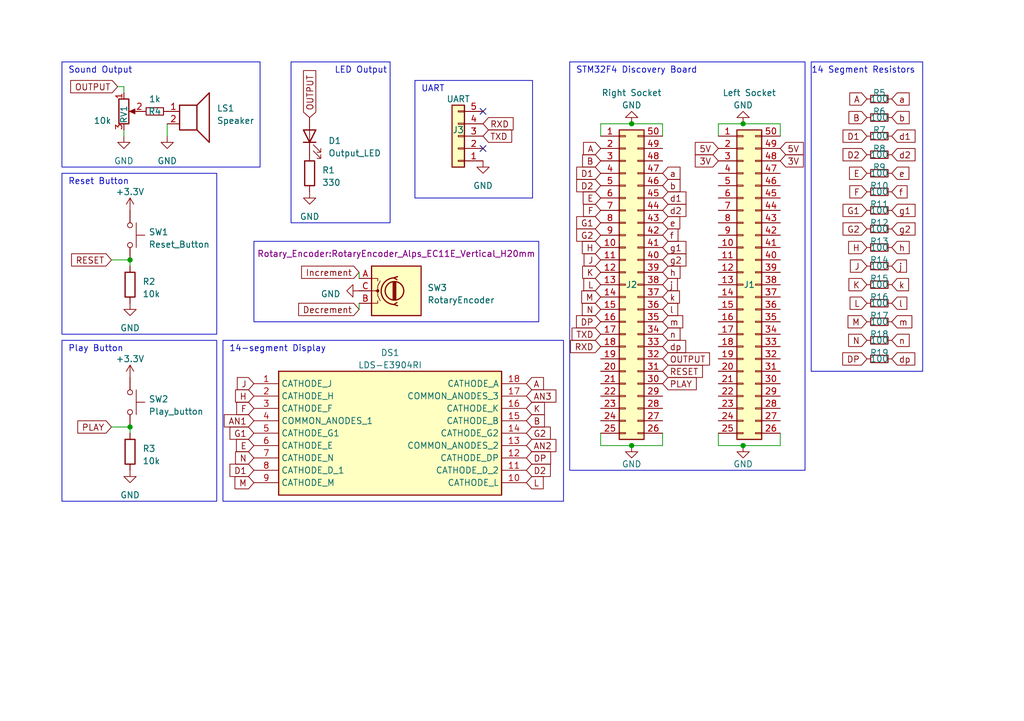
<source format=kicad_sch>
(kicad_sch (version 20230121) (generator eeschema)
  (paper "A5")
  (title_block (title "Morse Code Translator") (date "2023-06-01") (rev "v1.0") (company "University of Denver"))
  (lib_symbols
    (symbol "Connector_Generic:Conn_01x05" (pin_names (offset 1.016) hide)
      (property "Reference" "J" (at 0 7.62 0))
      (property "Value" "Conn_01x05" (at 0 -7.62 0))
      (symbol "Conn_01x05_1_1"
        (rectangle (start -1.27 -4.953) (end 0 -5.207) (stroke (width 0.1524)))
        (rectangle (start -1.27 -2.413) (end 0 -2.667) (stroke (width 0.1524)))
        (rectangle (start -1.27 0.127) (end 0 -0.127) (stroke (width 0.1524)))
        (rectangle (start -1.27 2.667) (end 0 2.413) (stroke (width 0.1524)))
        (rectangle (start -1.27 5.207) (end 0 4.953) (stroke (width 0.1524)))
        (rectangle (start -1.27 6.35) (end 1.27 -6.35) (stroke (width 0.254)) (fill (type background)))
        (pin passive line (at -5.08 5.08 0) (length 3.81) (name "Pin_1") (number "1"))
        (pin passive line (at -5.08 2.54 0) (length 3.81) (name "Pin_2") (number "2"))
        (pin passive line (at -5.08 0 0) (length 3.81) (name "Pin_3") (number "3"))
        (pin passive line (at -5.08 -2.54 0) (length 3.81) (name "Pin_4") (number "4"))
        (pin passive line (at -5.08 -5.08 0) (length 3.81) (name "Pin_5") (number "5"))
      )
    )
    (symbol "Connector_Generic:Conn_02x25_Counter_Clockwise" (pin_names (offset 1.016) hide)
      (property "Reference" "J" (at 1.27 33.02 0))
      (property "Value" "Conn_02x25_Counter_Clockwise" (at 1.27 -33.02 0))
      (symbol "Conn_02x25_Counter_Clockwise_1_1"
        (rectangle (start -1.27 -30.353) (end 0 -30.607) (stroke (width 0.1524)))
        (rectangle (start -1.27 -27.813) (end 0 -28.067) (stroke (width 0.1524)))
        (rectangle (start -1.27 -25.273) (end 0 -25.527) (stroke (width 0.1524)))
        (rectangle (start -1.27 -22.733) (end 0 -22.987) (stroke (width 0.1524)))
        (rectangle (start -1.27 -20.193) (end 0 -20.447) (stroke (width 0.1524)))
        (rectangle (start -1.27 -17.653) (end 0 -17.907) (stroke (width 0.1524)))
        (rectangle (start -1.27 -15.113) (end 0 -15.367) (stroke (width 0.1524)))
        (rectangle (start -1.27 -12.573) (end 0 -12.827) (stroke (width 0.1524)))
        (rectangle (start -1.27 -10.033) (end 0 -10.287) (stroke (width 0.1524)))
        (rectangle (start -1.27 -7.493) (end 0 -7.747) (stroke (width 0.1524)))
        (rectangle (start -1.27 -4.953) (end 0 -5.207) (stroke (width 0.1524)))
        (rectangle (start -1.27 -2.413) (end 0 -2.667) (stroke (width 0.1524)))
        (rectangle (start -1.27 0.127) (end 0 -0.127) (stroke (width 0.1524)))
        (rectangle (start -1.27 2.667) (end 0 2.413) (stroke (width 0.1524)))
        (rectangle (start -1.27 5.207) (end 0 4.953) (stroke (width 0.1524)))
        (rectangle (start -1.27 7.747) (end 0 7.493) (stroke (width 0.1524)))
        (rectangle (start -1.27 10.287) (end 0 10.033) (stroke (width 0.1524)))
        (rectangle (start -1.27 12.827) (end 0 12.573) (stroke (width 0.1524)))
        (rectangle (start -1.27 15.367) (end 0 15.113) (stroke (width 0.1524)))
        (rectangle (start -1.27 17.907) (end 0 17.653) (stroke (width 0.1524)))
        (rectangle (start -1.27 20.447) (end 0 20.193) (stroke (width 0.1524)))
        (rectangle (start -1.27 22.987) (end 0 22.733) (stroke (width 0.1524)))
        (rectangle (start -1.27 25.527) (end 0 25.273) (stroke (width 0.1524)))
        (rectangle (start -1.27 28.067) (end 0 27.813) (stroke (width 0.1524)))
        (rectangle (start -1.27 30.607) (end 0 30.353) (stroke (width 0.1524)))
        (rectangle (start -1.27 31.75) (end 3.81 -31.75) (stroke (width 0.254)) (fill (type background)))
        (rectangle (start 3.81 -30.353) (end 2.54 -30.607) (stroke (width 0.1524)))
        (rectangle (start 3.81 -27.813) (end 2.54 -28.067) (stroke (width 0.1524)))
        (rectangle (start 3.81 -25.273) (end 2.54 -25.527) (stroke (width 0.1524)))
        (rectangle (start 3.81 -22.733) (end 2.54 -22.987) (stroke (width 0.1524)))
        (rectangle (start 3.81 -20.193) (end 2.54 -20.447) (stroke (width 0.1524)))
        (rectangle (start 3.81 -17.653) (end 2.54 -17.907) (stroke (width 0.1524)))
        (rectangle (start 3.81 -15.113) (end 2.54 -15.367) (stroke (width 0.1524)))
        (rectangle (start 3.81 -12.573) (end 2.54 -12.827) (stroke (width 0.1524)))
        (rectangle (start 3.81 -10.033) (end 2.54 -10.287) (stroke (width 0.1524)))
        (rectangle (start 3.81 -7.493) (end 2.54 -7.747) (stroke (width 0.1524)))
        (rectangle (start 3.81 -4.953) (end 2.54 -5.207) (stroke (width 0.1524)))
        (rectangle (start 3.81 -2.413) (end 2.54 -2.667) (stroke (width 0.1524)))
        (rectangle (start 3.81 0.127) (end 2.54 -0.127) (stroke (width 0.1524)))
        (rectangle (start 3.81 2.667) (end 2.54 2.413) (stroke (width 0.1524)))
        (rectangle (start 3.81 5.207) (end 2.54 4.953) (stroke (width 0.1524)))
        (rectangle (start 3.81 7.747) (end 2.54 7.493) (stroke (width 0.1524)))
        (rectangle (start 3.81 10.287) (end 2.54 10.033) (stroke (width 0.1524)))
        (rectangle (start 3.81 12.827) (end 2.54 12.573) (stroke (width 0.1524)))
        (rectangle (start 3.81 15.367) (end 2.54 15.113) (stroke (width 0.1524)))
        (rectangle (start 3.81 17.907) (end 2.54 17.653) (stroke (width 0.1524)))
        (rectangle (start 3.81 20.447) (end 2.54 20.193) (stroke (width 0.1524)))
        (rectangle (start 3.81 22.987) (end 2.54 22.733) (stroke (width 0.1524)))
        (rectangle (start 3.81 25.527) (end 2.54 25.273) (stroke (width 0.1524)))
        (rectangle (start 3.81 28.067) (end 2.54 27.813) (stroke (width 0.1524)))
        (rectangle (start 3.81 30.607) (end 2.54 30.353) (stroke (width 0.1524)))
        (pin passive line (at -5.08 30.48 0) (length 3.81) (name "Pin_1") (number "1"))
        (pin passive line (at -5.08 7.62 0) (length 3.81) (name "Pin_10") (number "10"))
        (pin passive line (at -5.08 5.08 0) (length 3.81) (name "Pin_11") (number "11"))
        (pin passive line (at -5.08 2.54 0) (length 3.81) (name "Pin_12") (number "12"))
        (pin passive line (at -5.08 0 0) (length 3.81) (name "Pin_13") (number "13"))
        (pin passive line (at -5.08 -2.54 0) (length 3.81) (name "Pin_14") (number "14"))
        (pin passive line (at -5.08 -5.08 0) (length 3.81) (name "Pin_15") (number "15"))
        (pin passive line (at -5.08 -7.62 0) (length 3.81) (name "Pin_16") (number "16"))
        (pin passive line (at -5.08 -10.16 0) (length 3.81) (name "Pin_17") (number "17"))
        (pin passive line (at -5.08 -12.7 0) (length 3.81) (name "Pin_18") (number "18"))
        (pin passive line (at -5.08 -15.24 0) (length 3.81) (name "Pin_19") (number "19"))
        (pin passive line (at -5.08 27.94 0) (length 3.81) (name "Pin_2") (number "2"))
        (pin passive line (at -5.08 -17.78 0) (length 3.81) (name "Pin_20") (number "20"))
        (pin passive line (at -5.08 -20.32 0) (length 3.81) (name "Pin_21") (number "21"))
        (pin passive line (at -5.08 -22.86 0) (length 3.81) (name "Pin_22") (number "22"))
        (pin passive line (at -5.08 -25.4 0) (length 3.81) (name "Pin_23") (number "23"))
        (pin passive line (at -5.08 -27.94 0) (length 3.81) (name "Pin_24") (number "24"))
        (pin passive line (at -5.08 -30.48 0) (length 3.81) (name "Pin_25") (number "25"))
        (pin passive line (at 7.62 -30.48 180) (length 3.81) (name "Pin_26") (number "26"))
        (pin passive line (at 7.62 -27.94 180) (length 3.81) (name "Pin_27") (number "27"))
        (pin passive line (at 7.62 -25.4 180) (length 3.81) (name "Pin_28") (number "28"))
        (pin passive line (at 7.62 -22.86 180) (length 3.81) (name "Pin_29") (number "29"))
        (pin passive line (at -5.08 25.4 0) (length 3.81) (name "Pin_3") (number "3"))
        (pin passive line (at 7.62 -20.32 180) (length 3.81) (name "Pin_30") (number "30"))
        (pin passive line (at 7.62 -17.78 180) (length 3.81) (name "Pin_31") (number "31"))
        (pin passive line (at 7.62 -15.24 180) (length 3.81) (name "Pin_32") (number "32"))
        (pin passive line (at 7.62 -12.7 180) (length 3.81) (name "Pin_33") (number "33"))
        (pin passive line (at 7.62 -10.16 180) (length 3.81) (name "Pin_34") (number "34"))
        (pin passive line (at 7.62 -7.62 180) (length 3.81) (name "Pin_35") (number "35"))
        (pin passive line (at 7.62 -5.08 180) (length 3.81) (name "Pin_36") (number "36"))
        (pin passive line (at 7.62 -2.54 180) (length 3.81) (name "Pin_37") (number "37"))
        (pin passive line (at 7.62 0 180) (length 3.81) (name "Pin_38") (number "38"))
        (pin passive line (at 7.62 2.54 180) (length 3.81) (name "Pin_39") (number "39"))
        (pin passive line (at -5.08 22.86 0) (length 3.81) (name "Pin_4") (number "4"))
        (pin passive line (at 7.62 5.08 180) (length 3.81) (name "Pin_40") (number "40"))
        (pin passive line (at 7.62 7.62 180) (length 3.81) (name "Pin_41") (number "41"))
        (pin passive line (at 7.62 10.16 180) (length 3.81) (name "Pin_42") (number "42"))
        (pin passive line (at 7.62 12.7 180) (length 3.81) (name "Pin_43") (number "43"))
        (pin passive line (at 7.62 15.24 180) (length 3.81) (name "Pin_44") (number "44"))
        (pin passive line (at 7.62 17.78 180) (length 3.81) (name "Pin_45") (number "45"))
        (pin passive line (at 7.62 20.32 180) (length 3.81) (name "Pin_46") (number "46"))
        (pin passive line (at 7.62 22.86 180) (length 3.81) (name "Pin_47") (number "47"))
        (pin passive line (at 7.62 25.4 180) (length 3.81) (name "Pin_48") (number "48"))
        (pin passive line (at 7.62 27.94 180) (length 3.81) (name "Pin_49") (number "49"))
        (pin passive line (at -5.08 20.32 0) (length 3.81) (name "Pin_5") (number "5"))
        (pin passive line (at 7.62 30.48 180) (length 3.81) (name "Pin_50") (number "50"))
        (pin passive line (at -5.08 17.78 0) (length 3.81) (name "Pin_6") (number "6"))
        (pin passive line (at -5.08 15.24 0) (length 3.81) (name "Pin_7") (number "7"))
        (pin passive line (at -5.08 12.7 0) (length 3.81) (name "Pin_8") (number "8"))
        (pin passive line (at -5.08 10.16 0) (length 3.81) (name "Pin_9") (number "9"))
      )
    )
    (symbol "Device:LED" (pin_numbers hide) (pin_names (offset 1.016) hide)
      (property "Reference" "D" (at 0 2.54 0))
      (property "Value" "LED" (at 0 -2.54 0))
      (symbol "LED_0_1"
        (polyline (pts (xy -1.27 -1.27) (xy -1.27 1.27)) (stroke (width 0.254)))
        (polyline (pts (xy -1.27 0) (xy 1.27 0)))
        (polyline (pts (xy 1.27 -1.27) (xy 1.27 1.27) (xy -1.27 0) (xy 1.27 -1.27)) (stroke (width 0.254)))
        (polyline (pts (xy -3.048 -0.762) (xy -4.572 -2.286) (xy -3.81 -2.286) (xy -4.572 -2.286) (xy -4.572 -1.524)))
        (polyline (pts (xy -1.778 -0.762) (xy -3.302 -2.286) (xy -2.54 -2.286) (xy -3.302 -2.286) (xy -3.302 -1.524)))
      )
      (symbol "LED_1_1"
        (pin passive line (at -3.81 0 0) (length 2.54) (name "K") (number "1"))
        (pin passive line (at 3.81 0 180) (length 2.54) (name "A") (number "2"))
      )
    )
    (symbol "Device:R" (pin_numbers hide) (pin_names (offset 0))
      (property "Reference" "R" (at 2.032 0 90))
      (property "Value" "R" (at 0 0 90))
      (symbol "R_0_1"
        (rectangle (start -1.016 -2.54) (end 1.016 2.54) (stroke (width 0.254)))
      )
      (symbol "R_1_1"
        (pin passive line (at 0 3.81 270) (length 1.27) (name "~") (number "1"))
        (pin passive line (at 0 -3.81 90) (length 1.27) (name "~") (number "2"))
      )
    )
    (symbol "Device:R_Potentiometer" (pin_names (offset 1.016) hide)
      (property "Reference" "RV" (at -4.445 0 90))
      (property "Value" "R_Potentiometer" (at -2.54 0 90))
      (symbol "R_Potentiometer_0_1"
        (polyline (pts (xy 2.54 0) (xy 1.524 0)))
        (polyline (pts (xy 1.143 0) (xy 2.286 0.508) (xy 2.286 -0.508) (xy 1.143 0)) (fill (type outline)))
        (rectangle (start 1.016 2.54) (end -1.016 -2.54) (stroke (width 0.254)))
      )
      (symbol "R_Potentiometer_1_1"
        (pin passive line (at 0 3.81 270) (length 1.27) (name "1") (number "1"))
        (pin passive line (at 3.81 0 180) (length 1.27) (name "2") (number "2"))
        (pin passive line (at 0 -3.81 90) (length 1.27) (name "3") (number "3"))
      )
    )
    (symbol "Device:R_Small" (pin_numbers hide) (pin_names (offset 0.254) hide)
      (property "Reference" "R" (at 0.762 0.508 0))
      (property "Value" "R_Small" (at 0.762 -1.016 0))
      (symbol "R_Small_0_1"
        (rectangle (start -0.762 1.778) (end 0.762 -1.778) (stroke (width 0.2032)))
      )
      (symbol "R_Small_1_1"
        (pin passive line (at 0 2.54 270) (length 0.762) (name "~") (number "1"))
        (pin passive line (at 0 -2.54 90) (length 0.762) (name "~") (number "2"))
      )
    )
    (symbol "Device:RotaryEncoder" (pin_names (offset 0.254) hide)
      (property "Reference" "SW" (at 0 6.604 0))
      (property "Value" "RotaryEncoder" (at 0 -6.604 0))
      (symbol "RotaryEncoder_0_1"
        (rectangle (start -5.08 5.08) (end 5.08 -5.08) (stroke (width 0.254)) (fill (type background)))
        (circle (center -3.81 0) (radius 0.254) (fill (type outline)))
        (circle (center -0.381 0) (radius 1.905) (stroke (width 0.254)))
        (arc (start -0.381 2.667) (mid -3.0988 -0.0635) (end -0.381 -2.794) (stroke (width 0.254)))
        (polyline (pts (xy -0.635 -1.778) (xy -0.635 1.778)) (stroke (width 0.254)))
        (polyline (pts (xy -0.381 -1.778) (xy -0.381 1.778)) (stroke (width 0.254)))
        (polyline (pts (xy -0.127 1.778) (xy -0.127 -1.778)) (stroke (width 0.254)))
        (polyline (pts (xy -5.08 -2.54) (xy -3.81 -2.54) (xy -3.81 -2.032)))
        (polyline (pts (xy -5.08 2.54) (xy -3.81 2.54) (xy -3.81 2.032)))
        (polyline (pts (xy 0.254 -3.048) (xy -0.508 -2.794) (xy 0.127 -2.413)) (stroke (width 0.254)))
        (polyline (pts (xy 0.254 2.921) (xy -0.508 2.667) (xy 0.127 2.286)) (stroke (width 0.254)))
        (polyline (pts (xy -5.08 0) (xy -3.81 0) (xy -3.81 -1.016) (xy -3.302 -2.032)))
        (polyline (pts (xy -4.318 0) (xy -3.81 0) (xy -3.81 1.016) (xy -3.302 2.032)))
      )
      (symbol "RotaryEncoder_1_1"
        (pin passive line (at -7.62 2.54 0) (length 2.54) (name "A") (number "A"))
        (pin passive line (at -7.62 -2.54 0) (length 2.54) (name "B") (number "B"))
        (pin passive line (at -7.62 0 0) (length 2.54) (name "C") (number "C"))
      )
    )
    (symbol "Device:Speaker" (pin_names (offset 0) hide)
      (property "Reference" "LS" (at 1.27 5.715 0))
      (property "Value" "Speaker" (at 1.27 3.81 0))
      (symbol "Speaker_0_0"
        (rectangle (start -2.54 1.27) (end 1.016 -3.81) (stroke (width 0.254)))
        (polyline (pts (xy 1.016 1.27) (xy 3.556 3.81) (xy 3.556 -6.35) (xy 1.016 -3.81)) (stroke (width 0.254)))
      )
      (symbol "Speaker_1_1"
        (pin input line (at -5.08 0 0) (length 2.54) (name "1") (number "1"))
        (pin input line (at -5.08 -2.54 0) (length 2.54) (name "2") (number "2"))
      )
    )
    (symbol "LDS-E3904RI:LDS-E3904RI"
      (property "Reference" "DS" (at 52.07 7.62 0))
      (property "Value" "LDS-E3904RI" (at 52.07 5.08 0))
      (symbol "LDS-E3904RI_1_1"
        (rectangle (start 5.08 2.54) (end 50.8 -22.86) (stroke (width 0.254)) (fill (type background)))
        (pin passive line (at 0 0 0) (length 5.08) (name "CATHODE_J") (number "1"))
        (pin passive line (at 55.88 -20.32 180) (length 5.08) (name "CATHODE_L") (number "10"))
        (pin passive line (at 55.88 -17.78 180) (length 5.08) (name "CATHODE_D_2") (number "11"))
        (pin passive line (at 55.88 -15.24 180) (length 5.08) (name "CATHODE_DP") (number "12"))
        (pin passive line (at 55.88 -12.7 180) (length 5.08) (name "COMMON_ANODES_2") (number "13"))
        (pin passive line (at 55.88 -10.16 180) (length 5.08) (name "CATHODE_G2") (number "14"))
        (pin passive line (at 55.88 -7.62 180) (length 5.08) (name "CATHODE_B") (number "15"))
        (pin passive line (at 55.88 -5.08 180) (length 5.08) (name "CATHODE_K") (number "16"))
        (pin passive line (at 55.88 -2.54 180) (length 5.08) (name "COMMON_ANODES_3") (number "17"))
        (pin passive line (at 55.88 0 180) (length 5.08) (name "CATHODE_A") (number "18"))
        (pin passive line (at 0 -2.54 0) (length 5.08) (name "CATHODE_H") (number "2"))
        (pin passive line (at 0 -5.08 0) (length 5.08) (name "CATHODE_F") (number "3"))
        (pin passive line (at 0 -7.62 0) (length 5.08) (name "COMMON_ANODES_1") (number "4"))
        (pin passive line (at 0 -10.16 0) (length 5.08) (name "CATHODE_G1") (number "5"))
        (pin passive line (at 0 -12.7 0) (length 5.08) (name "CATHODE_E") (number "6"))
        (pin passive line (at 0 -15.24 0) (length 5.08) (name "CATHODE_N") (number "7"))
        (pin passive line (at 0 -17.78 0) (length 5.08) (name "CATHODE_D_1") (number "8"))
        (pin passive line (at 0 -20.32 0) (length 5.08) (name "CATHODE_M") (number "9"))
      )
    )
    (symbol "Switch:SW_Push" (pin_numbers hide) (pin_names (offset 1.016) hide)
      (property "Reference" "SW" (at 1.27 2.54 0))
      (property "Value" "SW_Push" (at 0 -1.524 0))
      (symbol "SW_Push_0_1"
        (circle (center -2.032 0) (radius 0.508))
        (polyline (pts (xy 0 1.27) (xy 0 3.048)))
        (polyline (pts (xy 2.54 1.27) (xy -2.54 1.27)))
        (circle (center 2.032 0) (radius 0.508))
        (pin passive line (at -5.08 0 0) (length 2.54) (name "1") (number "1"))
        (pin passive line (at 5.08 0 180) (length 2.54) (name "2") (number "2"))
      )
    )
    (symbol "power:+3.3V" (power) (pin_names (offset 0))
      (property "Value" "+3.3V" (at 0 3.556 0))
      (symbol "+3.3V_0_1"
        (polyline (pts (xy -0.762 1.27) (xy 0 2.54)))
        (polyline (pts (xy 0 0) (xy 0 2.54)))
        (polyline (pts (xy 0 2.54) (xy 0.762 1.27)))
      )
      (symbol "+3.3V_1_1"
        (pin power_in line (at 0 0 90) (length 0) hide (name "+3.3V") (number "1"))
      )
    )
    (symbol "power:GND" (power) (pin_names (offset 0))
      (property "Value" "GND" (at 0 -3.81 0))
      (symbol "GND_0_1"
        (polyline (pts (xy 0 0) (xy 0 -1.27) (xy 1.27 -1.27) (xy 0 -2.54) (xy -1.27 -1.27) (xy 0 -1.27)))
      )
      (symbol "GND_1_1"
        (pin power_in line (at 0 0 270) (length 0) hide (name "GND") (number "1"))
      )
    )
  )
  (junction (at 152.4 25.4))
  (junction (at 129.54 91.44))
  (junction (at 26.67 53.34))
  (junction (at 152.4 91.44))
  (junction (at 129.54 25.4))
  (junction (at 26.67 87.63))
  (no_connect (at 99.06 22.86))
  (no_connect (at 99.06 30.48))
  (wire (pts (xy 34.29 27.94) (xy 34.29 25.4)))
  (wire (pts (xy 22.86 53.34) (xy 26.67 53.34)))
  (wire (pts (xy 160.02 88.9) (xy 160.02 91.44)))
  (wire (pts (xy 160.02 25.4) (xy 152.4 25.4)))
  (wire (pts (xy 25.4 26.67) (xy 25.4 27.94)))
  (wire (pts (xy 152.4 91.44) (xy 160.02 91.44)))
  (wire (pts (xy 26.67 53.34) (xy 26.67 54.61)))
  (wire (pts (xy 147.32 91.44) (xy 152.4 91.44)))
  (wire (pts (xy 123.19 91.44) (xy 129.54 91.44)))
  (wire (pts (xy 25.4 17.78) (xy 25.4 19.05)))
  (wire (pts (xy 135.89 27.94) (xy 135.89 25.4)))
  (wire (pts (xy 22.86 87.63) (xy 26.67 87.63)))
  (wire (pts (xy 135.89 25.4) (xy 129.54 25.4)))
  (wire (pts (xy 26.67 87.63) (xy 26.67 88.9)))
  (wire (pts (xy 160.02 27.94) (xy 160.02 25.4)))
  (wire (pts (xy 123.19 88.9) (xy 123.19 91.44)))
  (wire (pts (xy 135.89 88.9) (xy 135.89 91.44)))
  (wire (pts (xy 73.66 63.5) (xy 73.66 62.23)))
  (wire (pts (xy 123.19 27.94) (xy 123.19 25.4)))
  (wire (pts (xy 24.13 17.78) (xy 25.4 17.78)))
  (wire (pts (xy 147.32 88.9) (xy 147.32 91.44)))
  (wire (pts (xy 135.89 91.44) (xy 129.54 91.44)))
  (wire (pts (xy 147.32 25.4) (xy 152.4 25.4)))
  (wire (pts (xy 73.66 55.88) (xy 73.66 57.15)))
  (wire (pts (xy 147.32 27.94) (xy 147.32 25.4)))
  (wire (pts (xy 129.54 25.4) (xy 123.19 25.4)))
  (rectangle (start 59.69 12.7) (end 80.01 45.72))
  (rectangle (start 12.7 35.56) (end 44.45 68.58))
  (rectangle (start 12.7 69.85) (end 44.45 102.87))
  (rectangle (start 116.84 12.7) (end 165.1 96.52))
  (rectangle (start 52.07 49.53) (end 110.49 66.04))
  (rectangle (start 45.72 69.85) (end 115.57 102.87))
  (rectangle (start 85.09 16.51) (end 109.22 40.64))
  (rectangle (start 12.7 12.7) (end 53.34 34.29))
  (rectangle (start 166.37 12.7) (end 189.23 76.2))
  (text "14-segment Display" (at 46.99 72.39 0) (effects (font (size 1.27 1.27)) (justify left bottom)))
  (text "14 Segment Resistors" (at 166.37 15.24 0) (effects (font (size 1.27 1.27)) (justify left bottom)))
  (text "STM32F4 Discovery Board" (at 118.11 15.24 0) (effects (font (size 1.27 1.27)) (justify left bottom)))
  (text "Play Button" (at 13.97 72.39 0) (effects (font (size 1.27 1.27)) (justify left bottom)))
  (text "Sound Output" (at 13.97 15.24 0) (effects (font (size 1.27 1.27)) (justify left bottom)))
  (text "UART" (at 86.36 19.05 0) (effects (font (size 1.27 1.27)) (justify left bottom)))
  (text "Reset Button" (at 13.97 38.1 0) (effects (font (size 1.27 1.27)) (justify left bottom)))
  (text "LED Output" (at 68.58 15.24 0) (effects (font (size 1.27 1.27)) (justify left bottom)))
  (global_label "D1" (shape input) (at 177.8 27.94 180) (property "Intersheetrefs" "${INTERSHEET_REFS}" (effects hide)))
  (global_label "a" (shape input) (at 135.89 35.56 0) (property "Intersheetrefs" "${INTERSHEET_REFS}" (effects hide)))
  (global_label "f" (shape input) (at 135.89 48.26 0) (property "Intersheetrefs" "${INTERSHEET_REFS}" (effects hide)))
  (global_label "D2" (shape input) (at 107.95 96.52 0) (property "Intersheetrefs" "${INTERSHEET_REFS}" (effects hide)))
  (global_label "j" (shape input) (at 182.88 54.61 0) (property "Intersheetrefs" "${INTERSHEET_REFS}" (effects hide)))
  (global_label "N" (shape input) (at 177.8 69.85 180) (property "Intersheetrefs" "${INTERSHEET_REFS}" (effects hide)))
  (global_label "d2" (shape input) (at 135.89 43.18 0) (property "Intersheetrefs" "${INTERSHEET_REFS}" (effects hide)))
  (global_label "h" (shape input) (at 182.88 50.8 0) (property "Intersheetrefs" "${INTERSHEET_REFS}" (effects hide)))
  (global_label "RXD" (shape input) (at 99.06 25.4 0) (property "Intersheetrefs" "${INTERSHEET_REFS}" (effects hide)))
  (global_label "OUTPUT" (shape input) (at 135.89 73.66 0) (property "Intersheetrefs" "${INTERSHEET_REFS}" (effects hide)))
  (global_label "M" (shape input) (at 52.07 99.06 180) (property "Intersheetrefs" "${INTERSHEET_REFS}" (effects hide)))
  (global_label "m" (shape input) (at 182.88 66.04 0) (property "Intersheetrefs" "${INTERSHEET_REFS}" (effects hide)))
  (global_label "B" (shape input) (at 107.95 86.36 0) (property "Intersheetrefs" "${INTERSHEET_REFS}" (effects hide)))
  (global_label "D1" (shape input) (at 123.19 35.56 180) (property "Intersheetrefs" "${INTERSHEET_REFS}" (effects hide)))
  (global_label "dp" (shape input) (at 182.88 73.66 0) (property "Intersheetrefs" "${INTERSHEET_REFS}" (effects hide)))
  (global_label "dp" (shape input) (at 135.89 71.12 0) (property "Intersheetrefs" "${INTERSHEET_REFS}" (effects hide)))
  (global_label "G2" (shape input) (at 177.8 46.99 180) (property "Intersheetrefs" "${INTERSHEET_REFS}" (effects hide)))
  (global_label "e" (shape input) (at 182.88 35.56 0) (property "Intersheetrefs" "${INTERSHEET_REFS}" (effects hide)))
  (global_label "5V" (shape input) (at 147.32 30.48 180) (property "Intersheetrefs" "${INTERSHEET_REFS}" (effects hide)))
  (global_label "J" (shape input) (at 52.07 78.74 180) (property "Intersheetrefs" "${INTERSHEET_REFS}" (effects hide)))
  (global_label "M" (shape input) (at 177.8 66.04 180) (property "Intersheetrefs" "${INTERSHEET_REFS}" (effects hide)))
  (global_label "m" (shape input) (at 135.89 66.04 0) (property "Intersheetrefs" "${INTERSHEET_REFS}" (effects hide)))
  (global_label "A" (shape input) (at 177.8 20.32 180) (property "Intersheetrefs" "${INTERSHEET_REFS}" (effects hide)))
  (global_label "h" (shape input) (at 135.89 55.88 0) (property "Intersheetrefs" "${INTERSHEET_REFS}" (effects hide)))
  (global_label "RESET" (shape input) (at 22.86 53.34 180) (property "Intersheetrefs" "${INTERSHEET_REFS}" (effects hide)))
  (global_label "k" (shape input) (at 135.89 60.96 0) (property "Intersheetrefs" "${INTERSHEET_REFS}" (effects hide)))
  (global_label "l" (shape input) (at 135.89 63.5 0) (property "Intersheetrefs" "${INTERSHEET_REFS}" (effects hide)))
  (global_label "b" (shape input) (at 135.89 38.1 0) (property "Intersheetrefs" "${INTERSHEET_REFS}" (effects hide)))
  (global_label "3V" (shape input) (at 147.32 33.02 180) (property "Intersheetrefs" "${INTERSHEET_REFS}" (effects hide)))
  (global_label "DP" (shape input) (at 107.95 93.98 0) (property "Intersheetrefs" "${INTERSHEET_REFS}" (effects hide)))
  (global_label "PLAY" (shape input) (at 135.89 78.74 0) (property "Intersheetrefs" "${INTERSHEET_REFS}" (effects hide)))
  (global_label "TXD" (shape input) (at 99.06 27.94 0) (property "Intersheetrefs" "${INTERSHEET_REFS}" (effects hide)))
  (global_label "PLAY" (shape input) (at 22.86 87.63 180) (property "Intersheetrefs" "${INTERSHEET_REFS}" (effects hide)))
  (global_label "f" (shape input) (at 182.88 39.37 0) (property "Intersheetrefs" "${INTERSHEET_REFS}" (effects hide)))
  (global_label "D1" (shape input) (at 52.07 96.52 180) (property "Intersheetrefs" "${INTERSHEET_REFS}" (effects hide)))
  (global_label "d1" (shape input) (at 135.89 40.64 0) (property "Intersheetrefs" "${INTERSHEET_REFS}" (effects hide)))
  (global_label "K" (shape input) (at 177.8 58.42 180) (property "Intersheetrefs" "${INTERSHEET_REFS}" (effects hide)))
  (global_label "Increment" (shape input) (at 73.66 55.88 180) (property "Intersheetrefs" "${INTERSHEET_REFS}" (effects hide)))
  (global_label "OUTPUT" (shape input) (at 63.5 24.13 90) (property "Intersheetrefs" "${INTERSHEET_REFS}" (effects hide)))
  (global_label "5V" (shape input) (at 160.02 30.48 0) (property "Intersheetrefs" "${INTERSHEET_REFS}" (effects hide)))
  (global_label "d2" (shape input) (at 182.88 31.75 0) (property "Intersheetrefs" "${INTERSHEET_REFS}" (effects hide)))
  (global_label "N" (shape input) (at 52.07 93.98 180) (property "Intersheetrefs" "${INTERSHEET_REFS}" (effects hide)))
  (global_label "F" (shape input) (at 177.8 39.37 180) (property "Intersheetrefs" "${INTERSHEET_REFS}" (effects hide)))
  (global_label "RXD" (shape input) (at 123.19 71.12 180) (property "Intersheetrefs" "${INTERSHEET_REFS}" (effects hide)))
  (global_label "J" (shape input) (at 177.8 54.61 180) (property "Intersheetrefs" "${INTERSHEET_REFS}" (effects hide)))
  (global_label "E" (shape input) (at 52.07 91.44 180) (property "Intersheetrefs" "${INTERSHEET_REFS}" (effects hide)))
  (global_label "l" (shape input) (at 182.88 62.23 0) (property "Intersheetrefs" "${INTERSHEET_REFS}" (effects hide)))
  (global_label "DP" (shape input) (at 177.8 73.66 180) (property "Intersheetrefs" "${INTERSHEET_REFS}" (effects hide)))
  (global_label "H" (shape input) (at 177.8 50.8 180) (property "Intersheetrefs" "${INTERSHEET_REFS}" (effects hide)))
  (global_label "L" (shape input) (at 177.8 62.23 180) (property "Intersheetrefs" "${INTERSHEET_REFS}" (effects hide)))
  (global_label "F" (shape input) (at 52.07 83.82 180) (property "Intersheetrefs" "${INTERSHEET_REFS}" (effects hide)))
  (global_label "G1" (shape input) (at 177.8 43.18 180) (property "Intersheetrefs" "${INTERSHEET_REFS}" (effects hide)))
  (global_label "L" (shape input) (at 107.95 99.06 0) (property "Intersheetrefs" "${INTERSHEET_REFS}" (effects hide)))
  (global_label "J" (shape input) (at 123.19 53.34 180) (property "Intersheetrefs" "${INTERSHEET_REFS}" (effects hide)))
  (global_label "K" (shape input) (at 107.95 83.82 0) (property "Intersheetrefs" "${INTERSHEET_REFS}" (effects hide)))
  (global_label "E" (shape input) (at 177.8 35.56 180) (property "Intersheetrefs" "${INTERSHEET_REFS}" (effects hide)))
  (global_label "N" (shape input) (at 123.19 63.5 180) (property "Intersheetrefs" "${INTERSHEET_REFS}" (effects hide)))
  (global_label "H" (shape input) (at 52.07 81.28 180) (property "Intersheetrefs" "${INTERSHEET_REFS}" (effects hide)))
  (global_label "AN1" (shape input) (at 52.07 86.36 180) (property "Intersheetrefs" "${INTERSHEET_REFS}" (effects hide)))
  (global_label "e" (shape input) (at 135.89 45.72 0) (property "Intersheetrefs" "${INTERSHEET_REFS}" (effects hide)))
  (global_label "B" (shape input) (at 320.04 -22.86 180) (property "Intersheetrefs" "${INTERSHEET_REFS}" (effects hide)))
  (global_label "OUTPUT" (shape input) (at 24.13 17.78 180) (property "Intersheetrefs" "${INTERSHEET_REFS}" (effects hide)))
  (global_label "g1" (shape input) (at 135.89 50.8 0) (property "Intersheetrefs" "${INTERSHEET_REFS}" (effects hide)))
  (global_label "TXD" (shape input) (at 123.19 68.58 180) (property "Intersheetrefs" "${INTERSHEET_REFS}" (effects hide)))
  (global_label "M" (shape input) (at 123.19 60.96 180) (property "Intersheetrefs" "${INTERSHEET_REFS}" (effects hide)))
  (global_label "g2" (shape input) (at 135.89 53.34 0) (property "Intersheetrefs" "${INTERSHEET_REFS}" (effects hide)))
  (global_label "n" (shape input) (at 135.89 68.58 0) (property "Intersheetrefs" "${INTERSHEET_REFS}" (effects hide)))
  (global_label "B" (shape input) (at 177.8 24.13 180) (property "Intersheetrefs" "${INTERSHEET_REFS}" (effects hide)))
  (global_label "G1" (shape input) (at 52.07 88.9 180) (property "Intersheetrefs" "${INTERSHEET_REFS}" (effects hide)))
  (global_label "RESET" (shape input) (at 135.89 76.2 0) (property "Intersheetrefs" "${INTERSHEET_REFS}" (effects hide)))
  (global_label "k" (shape input) (at 182.88 58.42 0) (property "Intersheetrefs" "${INTERSHEET_REFS}" (effects hide)))
  (global_label "AN2" (shape input) (at 107.95 91.44 0) (property "Intersheetrefs" "${INTERSHEET_REFS}" (effects hide)))
  (global_label "n" (shape input) (at 182.88 69.85 0) (property "Intersheetrefs" "${INTERSHEET_REFS}" (effects hide)))
  (global_label "j" (shape input) (at 135.89 58.42 0) (property "Intersheetrefs" "${INTERSHEET_REFS}" (effects hide)))
  (global_label "L" (shape input) (at 123.19 58.42 180) (property "Intersheetrefs" "${INTERSHEET_REFS}" (effects hide)))
  (global_label "A" (shape input) (at 123.19 30.48 180) (property "Intersheetrefs" "${INTERSHEET_REFS}" (effects hide)))
  (global_label "d1" (shape input) (at 182.88 27.94 0) (property "Intersheetrefs" "${INTERSHEET_REFS}" (effects hide)))
  (global_label "K" (shape input) (at 123.19 55.88 180) (property "Intersheetrefs" "${INTERSHEET_REFS}" (effects hide)))
  (global_label "b" (shape input) (at 182.88 24.13 0) (property "Intersheetrefs" "${INTERSHEET_REFS}" (effects hide)))
  (global_label "g2" (shape input) (at 182.88 46.99 0) (property "Intersheetrefs" "${INTERSHEET_REFS}" (effects hide)))
  (global_label "H" (shape input) (at 123.19 50.8 180) (property "Intersheetrefs" "${INTERSHEET_REFS}" (effects hide)))
  (global_label "Decrement" (shape input) (at 73.66 63.5 180) (property "Intersheetrefs" "${INTERSHEET_REFS}" (effects hide)))
  (global_label "D2" (shape input) (at 177.8 31.75 180) (property "Intersheetrefs" "${INTERSHEET_REFS}" (effects hide)))
  (global_label "G2" (shape input) (at 107.95 88.9 0) (property "Intersheetrefs" "${INTERSHEET_REFS}" (effects hide)))
  (global_label "AN3" (shape input) (at 107.95 81.28 0) (property "Intersheetrefs" "${INTERSHEET_REFS}" (effects hide)))
  (global_label "B" (shape input) (at 123.19 33.02 180) (property "Intersheetrefs" "${INTERSHEET_REFS}" (effects hide)))
  (global_label "DP" (shape input) (at 123.19 66.04 180) (property "Intersheetrefs" "${INTERSHEET_REFS}" (effects hide)))
  (global_label "3V" (shape input) (at 160.02 33.02 0) (property "Intersheetrefs" "${INTERSHEET_REFS}" (effects hide)))
  (global_label "F" (shape input) (at 123.19 43.18 180) (property "Intersheetrefs" "${INTERSHEET_REFS}" (effects hide)))
  (global_label "g1" (shape input) (at 182.88 43.18 0) (property "Intersheetrefs" "${INTERSHEET_REFS}" (effects hide)))
  (global_label "a" (shape input) (at 182.88 20.32 0) (property "Intersheetrefs" "${INTERSHEET_REFS}" (effects hide)))
  (global_label "A" (shape input) (at 107.95 78.74 0) (property "Intersheetrefs" "${INTERSHEET_REFS}" (effects hide)))
  (global_label "G2" (shape input) (at 123.19 48.26 180) (property "Intersheetrefs" "${INTERSHEET_REFS}" (effects hide)))
  (global_label "D2" (shape input) (at 123.19 38.1 180) (property "Intersheetrefs" "${INTERSHEET_REFS}" (effects hide)))
  (global_label "G1" (shape input) (at 123.19 45.72 180) (property "Intersheetrefs" "${INTERSHEET_REFS}" (effects hide)))
  (global_label "E" (shape input) (at 123.19 40.64 180) (property "Intersheetrefs" "${INTERSHEET_REFS}" (effects hide)))
  (symbol (lib_id "LDS-E3904RI:LDS-E3904RI") (at 52.07 78.74 0) (unit 1)
    (property "Reference" "DS1" (at 80.01 72.39 0))
    (property "Value" "LDS-E3904RI" (at 80.01 74.93 0))
    (property "Footprint" "LDSE3904RI" (effects hide))
    (property "Height" "7" (effects hide))
    (property "Mouser Part Number" "696-LDS-E3904RI" (effects hide))
    (property "Mouser Price/Stock" "https://www.mouser.co.uk/ProductDetail/Lumex/LDS-E3904RI?qs=36JUO7CBH3nXP7Q128kxjA%3D%3D" (effects hide))
    (property "Manufacturer_Name" "Lumex" (effects hide))
    (property "Manufacturer_Part_Number" "LDS-E3904RI" (effects hide))
  )
  (symbol (lib_id "power:GND") (at 34.29 27.94 0) (unit 1)
    (property "Reference" "#PWR02" (effects hide))
    (property "Value" "GND" (at 34.29 33.02 0))
  )
  (symbol (lib_id "Device:R_Small") (at 180.34 39.37 90) (unit 1)
    (property "Reference" "R10" (at 180.34 38.1 90))
    (property "Value" "100" (at 180.34 39.37 90))
    (property "Footprint" "Resistor_SMD:R_0201_0603Metric" (effects hide))
  )
  (symbol (lib_id "Device:R") (at 26.67 92.71 0) (unit 1)
    (property "Reference" "R3" (at 29.21 92.075 0) (effects (justify left)))
    (property "Value" "10k" (at 29.21 94.615 0) (effects (justify left)))
    (property "Footprint" "Resistor_SMD:R_0805_2012Metric" (effects hide))
  )
  (symbol (lib_id "power:+3.3V") (at 26.67 43.18 0) (unit 1)
    (property "Reference" "#PWR05" (effects hide))
    (property "Value" "+3.3V" (at 26.67 39.37 0))
  )
  (symbol (lib_id "Device:R_Small") (at 180.34 69.85 90) (unit 1)
    (property "Reference" "R18" (at 180.34 68.58 90))
    (property "Value" "100" (at 180.34 69.85 90))
    (property "Footprint" "Resistor_SMD:R_0201_0603Metric" (effects hide))
  )
  (symbol (lib_id "power:GND") (at 25.4 27.94 0) (unit 1)
    (property "Reference" "#PWR01" (effects hide))
    (property "Value" "GND" (at 25.4 33.02 0))
  )
  (symbol (lib_id "power:+3.3V") (at 26.67 77.47 0) (unit 1)
    (property "Reference" "#PWR010" (effects hide))
    (property "Value" "+3.3V" (at 26.67 73.66 0))
  )
  (symbol (lib_id "power:GND") (at 73.66 59.69 270) (unit 1)
    (property "Reference" "#PWR012" (effects hide))
    (property "Value" "GND" (at 69.85 60.325 90) (effects (justify right)))
  )
  (symbol (lib_id "Switch:SW_Push") (at 26.67 82.55 270) (unit 1)
    (property "Reference" "SW2" (at 30.48 81.915 90) (effects (justify left)))
    (property "Value" "Play_button" (at 30.48 84.455 90) (effects (justify left)))
  )
  (symbol (lib_id "power:GND") (at 63.5 39.37 0) (unit 1)
    (property "Reference" "#PWR03" (effects hide))
    (property "Value" "GND" (at 63.5 44.45 0))
  )
  (symbol (lib_id "power:GND") (at 26.67 96.52 0) (unit 1)
    (property "Reference" "#PWR011" (effects hide))
    (property "Value" "GND" (at 26.67 101.6 0))
  )
  (symbol (lib_id "power:GND") (at 129.54 91.44 0) (unit 1)
    (property "Reference" "#PWR06" (effects hide))
    (property "Value" "GND" (at 129.54 95.25 0))
  )
  (symbol (lib_id "Device:R_Small") (at 180.34 20.32 90) (unit 1)
    (property "Reference" "R5" (at 180.34 19.05 90))
    (property "Value" "100" (at 180.34 20.32 90))
    (property "Footprint" "Resistor_SMD:R_0201_0603Metric" (effects hide))
  )
  (symbol (lib_id "Device:Speaker") (at 39.37 22.86 0) (unit 1)
    (property "Reference" "LS1" (at 44.45 22.225 0) (effects (justify left)))
    (property "Value" "Speaker" (at 44.45 24.765 0) (effects (justify left)))
    (property "Footprint" "Buzzer" (effects hide))
  )
  (symbol (lib_id "Device:RotaryEncoder") (at 81.28 59.69 0) (unit 1)
    (property "Reference" "SW3" (at 87.63 59.055 0) (effects (justify left)))
    (property "Value" "RotaryEncoder" (at 87.63 61.595 0) (effects (justify left)))
    (property "Footprint" "Rotary_Encoder:RotaryEncoder_Alps_EC11E_Vertical_H20mm" (at 81.28 52.07 0))
  )
  (symbol (lib_id "Device:R") (at 63.5 35.56 0) (unit 1)
    (property "Reference" "R1" (at 66.04 34.925 0) (effects (justify left)))
    (property "Value" "330" (at 66.04 37.465 0) (effects (justify left)))
    (property "Footprint" "Resistor_SMD:R_0805_2012Metric" (effects hide))
  )
  (symbol (lib_id "Device:R_Small") (at 180.34 27.94 90) (unit 1)
    (property "Reference" "R7" (at 180.34 26.67 90))
    (property "Value" "100" (at 180.34 27.94 90))
    (property "Footprint" "Resistor_SMD:R_0201_0603Metric" (effects hide))
  )
  (symbol (lib_id "Device:R") (at 26.67 58.42 0) (unit 1)
    (property "Reference" "R2" (at 29.21 57.785 0) (effects (justify left)))
    (property "Value" "10k" (at 29.21 60.325 0) (effects (justify left)))
    (property "Footprint" "Resistor_SMD:R_0805_2012Metric" (effects hide))
  )
  (symbol (lib_id "Device:R_Small") (at 180.34 43.18 90) (unit 1)
    (property "Reference" "R11" (at 180.34 41.91 90))
    (property "Value" "100" (at 180.34 43.18 90))
    (property "Footprint" "Resistor_SMD:R_0201_0603Metric" (effects hide))
  )
  (symbol (lib_id "Device:LED") (at 63.5 27.94 90) (unit 1)
    (property "Reference" "D1" (at 67.31 28.8925 90) (effects (justify right)))
    (property "Value" "Output_LED" (at 67.31 31.4325 90) (effects (justify right)))
    (property "Footprint" "LED_SMD:LED_0805_2012Metric" (effects hide))
  )
  (symbol (lib_id "Device:R_Small") (at 180.34 50.8 90) (unit 1)
    (property "Reference" "R13" (at 180.34 49.53 90))
    (property "Value" "100" (at 180.34 50.8 90))
    (property "Footprint" "Resistor_SMD:R_0201_0603Metric" (effects hide))
  )
  (symbol (lib_id "Device:R_Small") (at 31.75 22.86 90) (unit 1)
    (property "Reference" "R4" (at 31.75 22.86 90))
    (property "Value" "1k" (at 31.75 20.32 90))
    (property "Footprint" "Resistor_SMD:R_0805_2012Metric" (effects hide))
  )
  (symbol (lib_id "power:GND") (at 152.4 25.4 180) (unit 1)
    (property "Reference" "#PWR08" (effects hide))
    (property "Value" "GND" (at 152.4 21.59 0))
  )
  (symbol (lib_id "power:GND") (at 26.67 62.23 0) (unit 1)
    (property "Reference" "#PWR04" (effects hide))
    (property "Value" "GND" (at 26.67 67.31 0))
  )
  (symbol (lib_id "Connector_Generic:Conn_02x25_Counter_Clockwise") (at 128.27 58.42 0) (unit 1)
    (property "Reference" "J2" (at 129.54 58.42 0))
    (property "Value" "Right Socket" (at 129.54 19.05 0))
    (property "Footprint" "Connector_PinSocket_2.54mm:PinSocket_2x25_P2.54mm_Vertical" (effects hide))
  )
  (symbol (lib_id "Switch:SW_Push") (at 26.67 48.26 270) (unit 1)
    (property "Reference" "SW1" (at 30.48 47.625 90) (effects (justify left)))
    (property "Value" "Reset_Button" (at 30.48 50.165 90) (effects (justify left)))
  )
  (symbol (lib_id "Device:R_Small") (at 180.34 66.04 90) (unit 1)
    (property "Reference" "R17" (at 180.34 64.77 90))
    (property "Value" "100" (at 180.34 66.04 90))
    (property "Footprint" "Resistor_SMD:R_0201_0603Metric" (effects hide))
  )
  (symbol (lib_id "Device:R_Small") (at 180.34 35.56 90) (unit 1)
    (property "Reference" "R9" (at 180.34 34.29 90))
    (property "Value" "100" (at 180.34 35.56 90))
    (property "Footprint" "Resistor_SMD:R_0201_0603Metric" (effects hide))
  )
  (symbol (lib_id "power:GND") (at 99.06 33.02 0) (unit 1)
    (property "Reference" "#PWR013" (effects hide))
    (property "Value" "GND" (at 99.06 38.1 0))
  )
  (symbol (lib_id "Device:R_Potentiometer") (at 25.4 22.86 0) (unit 1)
    (property "Reference" "RV1" (at 25.4 21.59 90) (effects (justify right)))
    (property "Value" "10k" (at 22.86 24.765 0) (effects (justify right)))
    (property "Footprint" "Potentiometer_THT:Potentiometer_Alpha_RD901F-40-00D_Single_Vertical" (effects hide))
  )
  (symbol (lib_id "Device:R_Small") (at 180.34 24.13 90) (unit 1)
    (property "Reference" "R6" (at 180.34 22.86 90))
    (property "Value" "100" (at 180.34 24.13 90))
    (property "Footprint" "Resistor_SMD:R_0201_0603Metric" (effects hide))
  )
  (symbol (lib_id "Device:R_Small") (at 180.34 31.75 90) (unit 1)
    (property "Reference" "R8" (at 180.34 30.48 90))
    (property "Value" "100" (at 180.34 31.75 90))
    (property "Footprint" "Resistor_SMD:R_0201_0603Metric" (effects hide))
  )
  (symbol (lib_id "Device:R_Small") (at 180.34 62.23 90) (unit 1)
    (property "Reference" "R16" (at 180.34 60.96 90))
    (property "Value" "100" (at 180.34 62.23 90))
    (property "Footprint" "Resistor_SMD:R_0201_0603Metric" (effects hide))
  )
  (symbol (lib_id "Device:R_Small") (at 180.34 73.66 90) (unit 1)
    (property "Reference" "R19" (at 180.34 72.39 90))
    (property "Value" "100" (at 180.34 73.66 90))
    (property "Footprint" "Resistor_SMD:R_0201_0603Metric" (effects hide))
  )
  (symbol (lib_id "Device:R_Small") (at 180.34 46.99 90) (unit 1)
    (property "Reference" "R12" (at 180.34 45.72 90))
    (property "Value" "100" (at 180.34 46.99 90))
    (property "Footprint" "Resistor_SMD:R_0201_0603Metric" (effects hide))
  )
  (symbol (lib_id "power:GND") (at 152.4 91.44 0) (unit 1)
    (property "Reference" "#PWR07" (effects hide))
    (property "Value" "GND" (at 152.4 95.25 0))
  )
  (symbol (lib_id "Connector_Generic:Conn_02x25_Counter_Clockwise") (at 152.4 58.42 0) (unit 1)
    (property "Reference" "J1" (at 153.67 58.42 0))
    (property "Value" "Left Socket" (at 153.67 19.05 0))
    (property "Footprint" "Connector_PinSocket_2.54mm:PinSocket_2x25_P2.54mm_Vertical" (effects hide))
  )
  (symbol (lib_id "Connector_Generic:Conn_01x05") (at 93.98 27.94 180) (unit 1)
    (property "Reference" "J3" (at 93.98 26.67 0))
    (property "Value" "UART" (at 93.98 20.32 0))
    (property "Footprint" "Connector_PinSocket_2.54mm:PinSocket_1x05_P2.54mm_Horizontal" (effects hide))
  )
  (symbol (lib_id "power:GND") (at 129.54 25.4 180) (unit 1)
    (property "Reference" "#PWR09" (effects hide))
    (property "Value" "GND" (at 129.54 21.59 0))
  )
  (symbol (lib_id "Device:R_Small") (at 180.34 54.61 90) (unit 1)
    (property "Reference" "R14" (at 180.34 53.34 90))
    (property "Value" "100" (at 180.34 54.61 90))
    (property "Footprint" "Resistor_SMD:R_0201_0603Metric" (effects hide))
  )
  (symbol (lib_id "Device:R_Small") (at 180.34 58.42 90) (unit 1)
    (property "Reference" "R15" (at 180.34 57.15 90))
    (property "Value" "100" (at 180.34 58.42 90))
    (property "Footprint" "Resistor_SMD:R_0201_0603Metric" (effects hide))
  )
)
</source>
